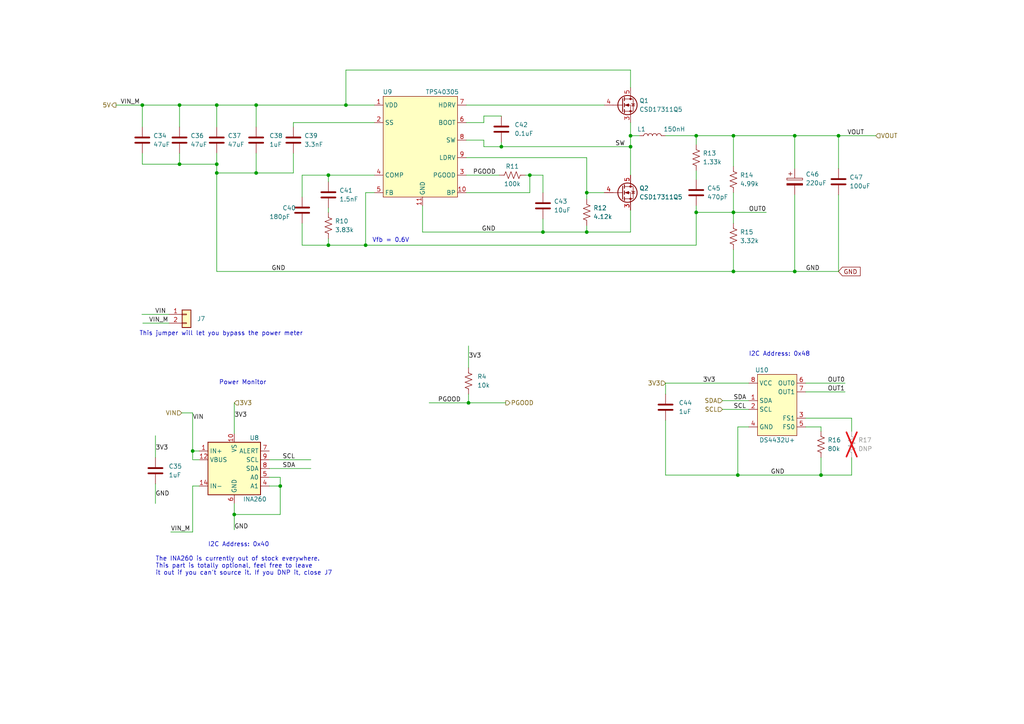
<source format=kicad_sch>
(kicad_sch (version 20230121) (generator eeschema)
  (paper "A4")
  (lib_symbols
    (symbol "Connector_Generic:Conn_01x02" (pin_names (offset 1.016) hide)
      (property "Reference" "J" (at 0 2.54 0))
      (property "Value" "Conn_01x02" (at 0 -5.08 0))
      (symbol "Conn_01x02_1_1"
        (rectangle (start -1.27 -2.413) (end 0 -2.667) (stroke (width 0.1524)))
        (rectangle (start -1.27 0.127) (end 0 -0.127) (stroke (width 0.1524)))
        (rectangle (start -1.27 1.27) (end 1.27 -3.81) (stroke (width 0.254)) (fill (type background)))
        (pin passive line (at -5.08 0 0) (length 3.81) (name "Pin_1") (number "1"))
        (pin passive line (at -5.08 -2.54 0) (length 3.81) (name "Pin_2") (number "2"))
      )
    )
    (symbol "Device:C" (pin_numbers hide) (pin_names (offset 0.254))
      (property "Reference" "C" (at 0.635 2.54 0))
      (property "Value" "C" (at 0.635 -2.54 0))
      (symbol "C_0_1"
        (polyline (pts (xy -2.032 -0.762) (xy 2.032 -0.762)) (stroke (width 0.508)))
        (polyline (pts (xy -2.032 0.762) (xy 2.032 0.762)) (stroke (width 0.508)))
      )
      (symbol "C_1_1"
        (pin passive line (at 0 3.81 270) (length 2.794) (name "~") (number "1"))
        (pin passive line (at 0 -3.81 90) (length 2.794) (name "~") (number "2"))
      )
    )
    (symbol "Device:C_Polarized" (pin_numbers hide) (pin_names (offset 0.254))
      (property "Reference" "C" (at 0.635 2.54 0))
      (property "Value" "C_Polarized" (at 0.635 -2.54 0))
      (symbol "C_Polarized_0_1"
        (rectangle (start -2.286 0.508) (end 2.286 1.016))
        (polyline (pts (xy -1.778 2.286) (xy -0.762 2.286)))
        (polyline (pts (xy -1.27 2.794) (xy -1.27 1.778)))
        (rectangle (start 2.286 -0.508) (end -2.286 -1.016) (fill (type outline)))
      )
      (symbol "C_Polarized_1_1"
        (pin passive line (at 0 3.81 270) (length 2.794) (name "~") (number "1"))
        (pin passive line (at 0 -3.81 90) (length 2.794) (name "~") (number "2"))
      )
    )
    (symbol "Device:L" (pin_numbers hide) (pin_names (offset 1.016) hide)
      (property "Reference" "L" (at -1.27 0 90))
      (property "Value" "L" (at 1.905 0 90))
      (symbol "L_0_1"
        (arc (start 0 -2.54) (mid 0.6323 -1.905) (end 0 -1.27))
        (arc (start 0 -1.27) (mid 0.6323 -0.635) (end 0 0))
        (arc (start 0 0) (mid 0.6323 0.635) (end 0 1.27))
        (arc (start 0 1.27) (mid 0.6323 1.905) (end 0 2.54))
      )
      (symbol "L_1_1"
        (pin passive line (at 0 3.81 270) (length 1.27) (name "1") (number "1"))
        (pin passive line (at 0 -3.81 90) (length 1.27) (name "2") (number "2"))
      )
    )
    (symbol "Device:R_US" (pin_numbers hide) (pin_names (offset 0))
      (property "Reference" "R" (at 2.54 0 90))
      (property "Value" "R_US" (at -2.54 0 90))
      (symbol "R_US_0_1"
        (polyline (pts (xy 0 -2.286) (xy 0 -2.54)))
        (polyline (pts (xy 0 2.286) (xy 0 2.54)))
        (polyline (pts (xy 0 -0.762) (xy 1.016 -1.143) (xy 0 -1.524) (xy -1.016 -1.905) (xy 0 -2.286)))
        (polyline (pts (xy 0 0.762) (xy 1.016 0.381) (xy 0 0) (xy -1.016 -0.381) (xy 0 -0.762)))
        (polyline (pts (xy 0 2.286) (xy 1.016 1.905) (xy 0 1.524) (xy -1.016 1.143) (xy 0 0.762)))
      )
      (symbol "R_US_1_1"
        (pin passive line (at 0 3.81 270) (length 1.27) (name "~") (number "1"))
        (pin passive line (at 0 -3.81 90) (length 1.27) (name "~") (number "2"))
      )
    )
    (symbol "Q_NMOS_CSD17311Q5_1" (pin_names (offset 0) hide)
      (property "Reference" "Q" (at 5.08 1.27 0))
      (property "Value" "Q_NMOS_CSD17311Q5_1" (at 5.08 -1.27 0))
      (symbol "Q_NMOS_CSD17311Q5_1_0_1"
        (polyline (pts (xy 0.254 0) (xy -2.54 0)))
        (polyline (pts (xy 0.254 1.905) (xy 0.254 -1.905)) (stroke (width 0.254)))
        (polyline (pts (xy 0.762 -1.27) (xy 0.762 -2.286)) (stroke (width 0.254)))
        (polyline (pts (xy 0.762 0.508) (xy 0.762 -0.508)) (stroke (width 0.254)))
        (polyline (pts (xy 0.762 2.286) (xy 0.762 1.27)) (stroke (width 0.254)))
        (polyline (pts (xy 2.54 2.54) (xy 2.54 1.778)))
        (polyline (pts (xy 2.54 -2.54) (xy 2.54 0) (xy 0.762 0)))
        (polyline (pts (xy 0.762 -1.778) (xy 3.302 -1.778) (xy 3.302 1.778) (xy 0.762 1.778)))
        (polyline (pts (xy 1.016 0) (xy 2.032 0.381) (xy 2.032 -0.381) (xy 1.016 0)) (fill (type outline)))
        (polyline (pts (xy 2.794 0.508) (xy 2.921 0.381) (xy 3.683 0.381) (xy 3.81 0.254)))
        (polyline (pts (xy 3.302 0.381) (xy 2.921 -0.254) (xy 3.683 -0.254) (xy 3.302 0.381)))
        (circle (center 1.651 0) (radius 2.794) (stroke (width 0.254)))
        (circle (center 2.54 -1.778) (radius 0.254) (fill (type outline)))
        (circle (center 2.54 1.778) (radius 0.254) (fill (type outline)))
      )
      (symbol "Q_NMOS_CSD17311Q5_1_1_1"
        (pin passive line (at 2.54 -5.08 90) (length 2.54) hide (name "") (number "1"))
        (pin passive line (at 2.54 -5.08 90) (length 2.54) hide (name "") (number "2"))
        (pin passive line (at 2.54 -5.08 90) (length 2.54) (name "S") (number "3"))
        (pin input line (at -5.08 0 0) (length 2.54) (name "G") (number "4"))
        (pin passive line (at 2.54 5.08 270) (length 2.54) (name "D") (number "5"))
      )
    )
    (symbol "Sensor:INA260"
      (property "Reference" "U" (at -6.35 8.89 0))
      (property "Value" "INA260" (at 2.54 8.89 0))
      (symbol "INA260_0_1"
        (rectangle (start -7.62 7.62) (end 7.62 -7.62) (stroke (width 0.254)) (fill (type background)))
      )
      (symbol "INA260_1_1"
        (pin passive line (at -10.16 5.08 0) (length 2.54) (name "IN+") (number "1"))
        (pin power_in line (at 0 10.16 270) (length 2.54) (name "VS") (number "10"))
        (pin passive line (at 0 -10.16 90) (length 2.54) hide (name "GND") (number "11"))
        (pin passive line (at -10.16 2.54 0) (length 2.54) (name "VBUS") (number "12"))
        (pin no_connect line (at 2.54 -7.62 90) (length 2.54) hide (name "NC") (number "13"))
        (pin passive line (at -10.16 -5.08 0) (length 2.54) (name "IN-") (number "14"))
        (pin passive line (at -10.16 -5.08 0) (length 2.54) hide (name "IN-") (number "15"))
        (pin passive line (at -10.16 -5.08 0) (length 2.54) hide (name "IN-") (number "16"))
        (pin passive line (at -10.16 5.08 0) (length 2.54) hide (name "IN+") (number "2"))
        (pin passive line (at -10.16 5.08 0) (length 2.54) hide (name "IN+") (number "3"))
        (pin input line (at 10.16 -5.08 180) (length 2.54) (name "A1") (number "4"))
        (pin input line (at 10.16 -2.54 180) (length 2.54) (name "A0") (number "5"))
        (pin power_in line (at 0 -10.16 90) (length 2.54) (name "GND") (number "6"))
        (pin open_collector line (at 10.16 5.08 180) (length 2.54) (name "ALERT") (number "7"))
        (pin bidirectional line (at 10.16 0 180) (length 2.54) (name "SDA") (number "8"))
        (pin input line (at 10.16 2.54 180) (length 2.54) (name "SCL") (number "9"))
      )
    )
    (symbol "TPS40305:DS4432U+"
      (property "Reference" "U" (at 3.81 10.16 0))
      (property "Value" "DS4432U+" (at -1.27 -10.16 0))
      (symbol "DS4432U+_0_1"
        (rectangle (start -6.35 8.89) (end 5.08 -8.89) (stroke (width 0.1524)) (fill (type background)))
      )
      (symbol "DS4432U+_1_1"
        (pin input line (at -8.89 1.27 0) (length 2.54) (name "SDA") (number "1"))
        (pin input line (at -8.89 -1.27 0) (length 2.54) (name "SCL") (number "2"))
        (pin input line (at 7.62 -3.81 180) (length 2.54) (name "FS1") (number "3"))
        (pin power_in line (at -8.89 -6.35 0) (length 2.54) (name "GND") (number "4"))
        (pin input line (at 7.62 -6.35 180) (length 2.54) (name "FS0") (number "5"))
        (pin output line (at 7.62 6.35 180) (length 2.54) (name "OUT0") (number "6"))
        (pin output line (at 7.62 3.81 180) (length 2.54) (name "OUT1") (number "7"))
        (pin power_in line (at -8.89 6.35 0) (length 2.54) (name "VCC") (number "8"))
      )
    )
    (symbol "TPS40305:TPS40305"
      (property "Reference" "U" (at 10.16 16.51 0))
      (property "Value" "TPS40305" (at -7.62 16.51 0))
      (symbol "TPS40305_0_1"
        (rectangle (start -11.43 15.24) (end 10.16 -13.97) (stroke (width 0.1524)) (fill (type background)))
      )
      (symbol "TPS40305_1_1"
        (pin input line (at -13.97 12.7 0) (length 2.54) (name "VDD") (number "1"))
        (pin input line (at 12.7 -12.7 180) (length 2.54) (name "BP") (number "10"))
        (pin input line (at 0 -16.51 90) (length 2.54) (name "GND") (number "11"))
        (pin input line (at -13.97 7.62 0) (length 2.54) (name "SS") (number "2"))
        (pin input line (at 12.7 -7.62 180) (length 2.54) (name "PGOOD") (number "3"))
        (pin input line (at -13.97 -7.62 0) (length 2.54) (name "COMP") (number "4"))
        (pin input line (at -13.97 -12.7 0) (length 2.54) (name "FB") (number "5"))
        (pin input line (at 12.7 7.62 180) (length 2.54) (name "BOOT") (number "6"))
        (pin input line (at 12.7 12.7 180) (length 2.54) (name "HDRV") (number "7"))
        (pin input line (at 12.7 2.54 180) (length 2.54) (name "SW") (number "8"))
        (pin input line (at 12.7 -2.54 180) (length 2.54) (name "LDRV") (number "9"))
      )
    )
  )
  (junction (at 135.89 116.84))
  (junction (at 62.865 50.165))
  (junction (at 201.93 61.595))
  (junction (at 62.865 47.625))
  (junction (at 238.125 137.795))
  (junction (at 153.67 50.8))
  (junction (at 213.995 137.795))
  (junction (at 41.275 30.48))
  (junction (at 145.415 42.545))
  (junction (at 182.88 42.545))
  (junction (at 212.725 78.74))
  (junction (at 95.25 50.8))
  (junction (at 182.88 39.37))
  (junction (at 170.18 55.88))
  (junction (at 230.505 78.74))
  (junction (at 212.725 39.37))
  (junction (at 52.07 47.625))
  (junction (at 74.295 30.48))
  (junction (at 100.33 30.48))
  (junction (at 106.045 71.12))
  (junction (at 67.945 149.225))
  (junction (at 52.07 30.48))
  (junction (at 230.505 39.37))
  (junction (at 212.725 61.595))
  (junction (at 81.28 140.97))
  (junction (at 157.48 67.31))
  (junction (at 62.865 30.48))
  (junction (at 74.295 50.165))
  (junction (at 243.205 39.37))
  (junction (at 55.88 130.81))
  (junction (at 201.93 39.37))
  (junction (at 95.25 71.12))
  (junction (at 170.18 67.31))
  (wire (pts (xy 247.015 137.795) (xy 238.125 137.795)))
  (wire (pts (xy 243.205 39.37) (xy 230.505 39.37)))
  (wire (pts (xy 193.04 111.125) (xy 217.17 111.125)))
  (wire (pts (xy 157.48 63.5) (xy 157.48 67.31)))
  (wire (pts (xy 41.275 30.48) (xy 52.07 30.48)))
  (wire (pts (xy 108.585 50.8) (xy 95.25 50.8)))
  (wire (pts (xy 182.88 35.56) (xy 182.88 39.37)))
  (wire (pts (xy 243.205 48.895) (xy 243.205 39.37)))
  (wire (pts (xy 170.18 55.88) (xy 175.26 55.88)))
  (wire (pts (xy 67.945 116.84) (xy 67.945 125.73)))
  (wire (pts (xy 95.25 60.325) (xy 95.25 61.595)))
  (wire (pts (xy 74.295 44.45) (xy 74.295 50.165)))
  (wire (pts (xy 212.725 55.88) (xy 212.725 61.595)))
  (wire (pts (xy 170.18 45.72) (xy 170.18 55.88)))
  (wire (pts (xy 55.88 130.81) (xy 55.88 119.761)))
  (wire (pts (xy 52.07 44.45) (xy 52.07 47.625)))
  (wire (pts (xy 170.18 67.31) (xy 170.18 65.405)))
  (wire (pts (xy 233.68 113.665) (xy 245.11 113.665)))
  (wire (pts (xy 85.09 44.45) (xy 85.09 50.165)))
  (wire (pts (xy 247.015 132.715) (xy 247.015 137.795)))
  (wire (pts (xy 182.88 20.32) (xy 100.33 20.32)))
  (wire (pts (xy 193.04 114.3) (xy 193.04 111.125)))
  (wire (pts (xy 201.93 39.37) (xy 201.93 41.91)))
  (wire (pts (xy 57.785 133.35) (xy 55.88 133.35)))
  (wire (pts (xy 52.07 47.625) (xy 62.865 47.625)))
  (wire (pts (xy 243.205 39.37) (xy 254 39.37)))
  (wire (pts (xy 55.88 140.97) (xy 55.88 154.305)))
  (wire (pts (xy 124.46 116.84) (xy 135.89 116.84)))
  (wire (pts (xy 87.63 71.12) (xy 87.63 64.77)))
  (wire (pts (xy 87.63 50.8) (xy 87.63 57.15)))
  (wire (pts (xy 49.53 154.305) (xy 55.88 154.305)))
  (wire (pts (xy 209.55 116.205) (xy 217.17 116.205)))
  (wire (pts (xy 62.865 50.165) (xy 74.295 50.165)))
  (wire (pts (xy 78.105 138.43) (xy 81.28 138.43)))
  (wire (pts (xy 122.555 67.31) (xy 157.48 67.31)))
  (wire (pts (xy 81.28 149.225) (xy 67.945 149.225)))
  (wire (pts (xy 213.995 123.825) (xy 217.17 123.825)))
  (wire (pts (xy 62.865 78.74) (xy 212.725 78.74)))
  (wire (pts (xy 201.93 49.53) (xy 201.93 52.07)))
  (wire (pts (xy 57.785 130.81) (xy 55.88 130.81)))
  (wire (pts (xy 74.295 30.48) (xy 74.295 36.83)))
  (wire (pts (xy 95.25 69.215) (xy 95.25 71.12)))
  (wire (pts (xy 233.68 121.285) (xy 247.015 121.285)))
  (wire (pts (xy 212.725 72.39) (xy 212.725 78.74)))
  (wire (pts (xy 41.402 93.726) (xy 49.022 93.726)))
  (wire (pts (xy 157.48 67.31) (xy 170.18 67.31)))
  (wire (pts (xy 238.125 132.715) (xy 238.125 137.795)))
  (wire (pts (xy 153.67 55.88) (xy 153.67 50.8)))
  (wire (pts (xy 230.505 39.37) (xy 230.505 48.895)))
  (wire (pts (xy 212.725 61.595) (xy 212.725 64.77)))
  (wire (pts (xy 140.335 40.64) (xy 140.335 42.545)))
  (wire (pts (xy 182.88 60.96) (xy 182.88 67.31)))
  (wire (pts (xy 81.28 138.43) (xy 81.28 140.97)))
  (wire (pts (xy 135.255 45.72) (xy 170.18 45.72)))
  (wire (pts (xy 135.255 40.64) (xy 140.335 40.64)))
  (wire (pts (xy 41.275 47.625) (xy 52.07 47.625)))
  (wire (pts (xy 233.68 111.125) (xy 245.11 111.125)))
  (wire (pts (xy 135.255 55.88) (xy 153.67 55.88)))
  (wire (pts (xy 41.275 36.83) (xy 41.275 30.48)))
  (wire (pts (xy 230.505 56.515) (xy 230.505 78.74)))
  (wire (pts (xy 62.865 30.48) (xy 62.865 36.83)))
  (wire (pts (xy 152.4 50.8) (xy 153.67 50.8)))
  (wire (pts (xy 52.07 30.48) (xy 62.865 30.48)))
  (wire (pts (xy 213.995 137.795) (xy 213.995 123.825)))
  (wire (pts (xy 45.085 140.335) (xy 45.085 146.05)))
  (wire (pts (xy 140.335 42.545) (xy 145.415 42.545)))
  (wire (pts (xy 230.505 39.37) (xy 212.725 39.37)))
  (wire (pts (xy 100.33 20.32) (xy 100.33 30.48)))
  (wire (pts (xy 182.88 67.31) (xy 170.18 67.31)))
  (wire (pts (xy 67.945 149.225) (xy 67.945 153.67)))
  (wire (pts (xy 233.68 123.825) (xy 238.125 123.825)))
  (wire (pts (xy 135.89 116.84) (xy 146.685 116.84)))
  (wire (pts (xy 170.18 55.88) (xy 170.18 57.785)))
  (wire (pts (xy 182.88 42.545) (xy 182.88 50.8)))
  (wire (pts (xy 95.25 71.12) (xy 87.63 71.12)))
  (wire (pts (xy 62.865 30.48) (xy 74.295 30.48)))
  (wire (pts (xy 230.505 78.74) (xy 243.205 78.74)))
  (wire (pts (xy 193.04 137.795) (xy 213.995 137.795)))
  (wire (pts (xy 78.105 140.97) (xy 81.28 140.97)))
  (wire (pts (xy 67.945 146.05) (xy 67.945 149.225)))
  (wire (pts (xy 135.255 50.8) (xy 144.78 50.8)))
  (wire (pts (xy 106.045 71.12) (xy 95.25 71.12)))
  (wire (pts (xy 157.48 50.8) (xy 157.48 55.88)))
  (wire (pts (xy 52.07 30.48) (xy 52.07 36.83)))
  (wire (pts (xy 135.89 114.3) (xy 135.89 116.84)))
  (wire (pts (xy 62.865 47.625) (xy 62.865 50.165)))
  (wire (pts (xy 145.415 42.545) (xy 182.88 42.545)))
  (wire (pts (xy 182.88 25.4) (xy 182.88 20.32)))
  (wire (pts (xy 62.865 50.165) (xy 62.865 78.74)))
  (wire (pts (xy 247.015 121.285) (xy 247.015 125.095)))
  (wire (pts (xy 41.275 44.45) (xy 41.275 47.625)))
  (wire (pts (xy 62.865 44.45) (xy 62.865 47.625)))
  (wire (pts (xy 122.555 59.69) (xy 122.555 67.31)))
  (wire (pts (xy 212.725 61.595) (xy 222.25 61.595)))
  (wire (pts (xy 212.725 78.74) (xy 230.505 78.74)))
  (wire (pts (xy 193.04 39.37) (xy 201.93 39.37)))
  (wire (pts (xy 209.55 118.745) (xy 217.17 118.745)))
  (wire (pts (xy 108.585 55.88) (xy 106.045 55.88)))
  (wire (pts (xy 108.585 35.56) (xy 85.09 35.56)))
  (wire (pts (xy 57.785 140.97) (xy 55.88 140.97)))
  (wire (pts (xy 201.93 39.37) (xy 212.725 39.37)))
  (wire (pts (xy 153.67 50.8) (xy 157.48 50.8)))
  (wire (pts (xy 140.335 35.56) (xy 140.335 33.655)))
  (wire (pts (xy 201.93 59.69) (xy 201.93 61.595)))
  (wire (pts (xy 41.148 91.186) (xy 49.022 91.186)))
  (wire (pts (xy 243.205 56.515) (xy 243.205 78.74)))
  (wire (pts (xy 201.93 71.12) (xy 106.045 71.12)))
  (wire (pts (xy 95.25 50.8) (xy 87.63 50.8)))
  (wire (pts (xy 74.295 30.48) (xy 100.33 30.48)))
  (wire (pts (xy 140.335 33.655) (xy 145.415 33.655)))
  (wire (pts (xy 145.415 41.275) (xy 145.415 42.545)))
  (wire (pts (xy 45.085 126.365) (xy 45.085 132.715)))
  (wire (pts (xy 135.255 30.48) (xy 175.26 30.48)))
  (wire (pts (xy 55.88 133.35) (xy 55.88 130.81)))
  (wire (pts (xy 100.33 30.48) (xy 108.585 30.48)))
  (wire (pts (xy 85.09 35.56) (xy 85.09 36.83)))
  (wire (pts (xy 212.725 39.37) (xy 212.725 48.26)))
  (wire (pts (xy 182.88 39.37) (xy 185.42 39.37)))
  (wire (pts (xy 135.89 100.33) (xy 135.89 106.68)))
  (wire (pts (xy 238.125 123.825) (xy 238.125 125.095)))
  (wire (pts (xy 201.93 61.595) (xy 201.93 71.12)))
  (wire (pts (xy 135.255 35.56) (xy 140.335 35.56)))
  (wire (pts (xy 78.105 133.35) (xy 90.17 133.35)))
  (wire (pts (xy 81.28 140.97) (xy 81.28 149.225)))
  (wire (pts (xy 106.045 55.88) (xy 106.045 71.12)))
  (wire (pts (xy 182.88 39.37) (xy 182.88 42.545)))
  (wire (pts (xy 238.125 137.795) (xy 213.995 137.795)))
  (wire (pts (xy 193.04 121.92) (xy 193.04 137.795)))
  (wire (pts (xy 52.705 119.761) (xy 55.88 119.761)))
  (wire (pts (xy 33.655 30.48) (xy 41.275 30.48)))
  (wire (pts (xy 78.105 135.89) (xy 90.17 135.89)))
  (wire (pts (xy 74.295 50.165) (xy 85.09 50.165)))
  (wire (pts (xy 201.93 61.595) (xy 212.725 61.595)))
  (wire (pts (xy 95.25 50.8) (xy 95.25 52.705)))
  (text "I2C Address: 0x48" (at 217.17 103.505 0) (effects (font (size 1.27 1.27)) (justify left bottom)))
  (text "The INA260 is currently out of stock everywhere.\nThis part is totally optional, feel free to leave \nit out if you can't source it. If you DNP it, close J7" (at 45.085 167.005 0) (effects (font (size 1.27 1.27)) (justify left bottom)))
  (text "Power Monitor" (at 63.5 111.76 0) (effects (font (size 1.27 1.27)) (justify left bottom)))
  (text "I2C Address: 0x40" (at 60.325 158.75 0) (effects (font (size 1.27 1.27)) (justify left bottom)))
  (text "Vfb = 0.6V" (at 107.95 70.485 0) (effects (font (size 1.27 1.27)) (justify left bottom)))
  (text "This jumper will let you bypass the power meter" (at 40.386 97.536 0) (effects (font (size 1.27 1.27)) (justify left bottom)))
  (label "3V3" (at 203.835 111.125 0))
  (label "SDA" (at 212.725 116.205 0))
  (label "VIN_M" (at 34.925 30.48 0))
  (label "GND" (at 233.68 78.74 0))
  (label "VIN_M" (at 49.53 154.305 0))
  (label "GND" (at 78.74 78.74 0))
  (label "VIN" (at 44.958 91.186 0))
  (label "GND" (at 67.945 153.67 0))
  (label "3V3" (at 67.945 121.285 0))
  (label "PGOOD" (at 137.16 50.8 0))
  (label "GND" (at 45.085 144.145 0))
  (label "SCL" (at 81.915 133.35 0))
  (label "VOUT" (at 245.745 39.37 0))
  (label "3V3" (at 45.085 130.81 0))
  (label "OUT1" (at 240.03 113.665 0))
  (label "SCL" (at 212.725 118.745 0))
  (label "SDA" (at 81.915 135.89 0))
  (label "OUT0" (at 217.17 61.595 0))
  (label "OUT0" (at 240.03 111.125 0))
  (label "GND" (at 223.52 137.795 0))
  (label "VIN_M" (at 43.18 93.726 0))
  (label "3V3" (at 135.89 104.14 0))
  (label "PGOOD" (at 127 116.84 0))
  (label "SW" (at 178.435 42.545 0))
  (label "GND" (at 139.7 67.31 0))
  (label "VIN" (at 55.88 121.92 0))
  (global_label "GND" (shape input) (at 243.205 78.74 0) (property "Intersheetrefs" "${INTERSHEET_REFS}" (effects hide)))
  (hierarchical_label "SDA" (shape input) (at 209.55 116.205 180))
  (hierarchical_label "5V" (shape output) (at 33.655 30.48 180))
  (hierarchical_label "SCL" (shape input) (at 209.55 118.745 180))
  (hierarchical_label "3V3" (shape input) (at 67.945 116.84 0))
  (hierarchical_label "VOUT" (shape input) (at 254 39.37 0))
  (hierarchical_label "VIN" (shape input) (at 52.705 119.761 180))
  (hierarchical_label "3V3" (shape input) (at 193.04 111.125 180))
  (hierarchical_label "PGOOD" (shape output) (at 146.685 116.84 0))
  (symbol (lib_id "Device:C") (at 157.48 59.69 0) (unit 1)
    (property "Reference" "C43" (at 160.655 58.4199 0) (effects (justify left)))
    (property "Value" "10uF" (at 160.655 60.9599 0) (effects (justify left)))
    (property "Footprint" "Capacitor_SMD:C_0805_2012Metric" (effects hide))
    (property "DK" "1276-1096-1-ND" (effects hide))
    (property "PARTNO" "CL21A106KOQNNNE" (effects hide))
  )
  (symbol (lib_id "Device:R_US") (at 212.725 52.07 0) (unit 1)
    (property "Reference" "R14" (at 214.63 50.7999 0) (effects (justify left)))
    (property "Value" "4.99k" (at 214.63 53.3399 0) (effects (justify left)))
    (property "Footprint" "Resistor_SMD:R_0402_1005Metric" (effects hide))
    (property "DK" "311-4.99KLRCT-ND" (effects hide))
    (property "PARTNO" "RC0402FR-074K99L" (effects hide))
  )
  (symbol (lib_id "Device:C") (at 62.865 40.64 0) (unit 1)
    (property "Reference" "C37" (at 66.04 39.3699 0) (effects (justify left)))
    (property "Value" "47uF" (at 66.04 41.9099 0) (effects (justify left)))
    (property "Footprint" "Capacitor_SMD:C_1210_3225Metric" (effects hide))
    (property "DK" "490-6539-1-ND" (effects hide))
    (property "PARTNO" "GRM32ER61C476KE15L" (effects hide))
  )
  (symbol (lib_id "Device:C_Polarized") (at 230.505 52.705 0) (unit 1)
    (property "Reference" "C46" (at 233.68 50.5459 0) (effects (justify left)))
    (property "Value" "220uF" (at 233.68 53.0859 0) (effects (justify left)))
    (property "Footprint" "TPS40305_supply:CAP_2R5TPE220MAFB" (effects hide))
    (property "Datasheet" "https://media.digikey.com/pdf/Data%20Sheets/Panasonic%20Capacitors%20PDFs/TPE_Series_POSCAP_Rev02_Oct_2017.pdf" (effects hide))
    (property "PARTNO" "2R5TPE220MAFB" (effects hide))
    (property "DK" "P16200CT-ND" (effects hide))
  )
  (symbol (lib_id "TPS40305:TPS40305") (at 122.555 43.18 0) (unit 1)
    (property "Reference" "U9" (at 112.395 26.67 0))
    (property "Value" "TPS40305" (at 128.27 26.67 0))
    (property "Footprint" "TPS40305_supply:TPS40305" (effects hide))
    (property "Datasheet" "https://www.ti.com/lit/ds/symlink/tps40303.pdf" (effects hide))
    (property "DK" "296-37445-1-ND" (effects hide))
    (property "PARTNO" "TPS40305DRCR" (effects hide))
  )
  (symbol (lib_id "Sensor:INA260") (at 67.945 135.89 0) (unit 1)
    (property "Reference" "U8" (at 72.39 127 0) (effects (justify left)))
    (property "Value" "INA260" (at 70.485 144.78 0) (effects (justify left)))
    (property "Footprint" "Package_SO:TSSOP-16_4.4x5mm_P0.65mm" (effects hide))
    (property "Datasheet" "http://www.ti.com/lit/ds/symlink/ina260.pdf" (effects hide))
    (property "PARTNO" "INA260AIPWR" (effects hide))
    (property "DK" "296-47777-1-ND" (effects hide))
  )
  (symbol (lib_id "Device:C") (at 41.275 40.64 0) (unit 1)
    (property "Reference" "C34" (at 44.45 39.3699 0) (effects (justify left)))
    (property "Value" "47uF" (at 44.45 41.9099 0) (effects (justify left)))
    (property "Footprint" "Capacitor_SMD:C_1210_3225Metric" (effects hide))
    (property "DK" "490-6539-1-ND" (effects hide))
    (property "PARTNO" "GRM32ER61C476KE15L" (effects hide))
  )
  (symbol (lib_name "Q_NMOS_CSD17311Q5_1") (lib_id "TPS40305:Q_NMOS_CSD17311Q5") (at 180.34 55.88 0) (unit 1)
    (property "Reference" "Q2" (at 185.42 54.61 0) (effects (justify left)))
    (property "Value" "CSD17311Q5" (at 185.42 57.15 0) (effects (justify left)))
    (property "Footprint" "TPS40305_supply:CSD17311Q5" (effects hide))
    (property "Datasheet" "https://www.ti.com/lit/ds/symlink/csd17311q5.pdf" (effects hide))
    (property "DK" "296-27625-1-ND" (effects hide))
    (property "PARTNO" "CSD17311Q5" (effects hide))
  )
  (symbol (lib_id "Device:C") (at 85.09 40.64 0) (unit 1)
    (property "Reference" "C39" (at 88.265 39.3699 0) (effects (justify left)))
    (property "Value" "3.3nF" (at 88.265 41.9099 0) (effects (justify left)))
    (property "Footprint" "Capacitor_SMD:C_0402_1005Metric" (effects hide))
    (property "DK" "1276-1552-1-ND" (effects hide))
    (property "PARTNO" "CL05B332KB5NNNC" (effects hide))
  )
  (symbol (lib_id "Device:C") (at 52.07 40.64 0) (unit 1)
    (property "Reference" "C36" (at 55.245 39.3699 0) (effects (justify left)))
    (property "Value" "47uF" (at 55.245 41.9099 0) (effects (justify left)))
    (property "Footprint" "Capacitor_SMD:C_1210_3225Metric" (effects hide))
    (property "DK" "490-6539-1-ND" (effects hide))
    (property "PARTNO" "GRM32ER61C476KE15L" (effects hide))
  )
  (symbol (lib_id "Device:C") (at 74.295 40.64 0) (unit 1)
    (property "Reference" "C38" (at 78.105 39.3699 0) (effects (justify left)))
    (property "Value" "1uF" (at 78.105 41.9099 0) (effects (justify left)))
    (property "Footprint" "Capacitor_SMD:C_0805_2012Metric" (effects hide))
    (property "DK" "1276-6471-1-ND" (effects hide))
    (property "PARTNO" "CL21B105KOFNNNG" (effects hide))
  )
  (symbol (lib_id "TPS40305:DS4432U+") (at 226.06 117.475 0) (unit 1)
    (property "Reference" "U10" (at 220.98 107.315 0))
    (property "Value" "DS4432U+" (at 225.425 127.635 0))
    (property "Footprint" "Package_SO:TSSOP-8_3x3mm_P0.65mm" (effects hide))
    (property "Datasheet" "https://datasheets.maximintegrated.com/en/ds/DS4432.pdf" (effects hide))
    (property "DK" "DS4432U+-ND" (effects hide))
    (property "PARTNO" "DS4432U+" (effects hide))
  )
  (symbol (lib_id "Device:C") (at 243.205 52.705 0) (unit 1)
    (property "Reference" "C47" (at 246.38 51.4349 0) (effects (justify left)))
    (property "Value" "100uF" (at 246.38 53.9749 0) (effects (justify left)))
    (property "Footprint" "Capacitor_SMD:C_1206_3216Metric" (effects hide))
    (property "PARTNO" "C3216X5R0J107M160AB" (effects hide))
    (property "DK" "445-6008-1-ND" (effects hide))
  )
  (symbol (lib_id "Device:C") (at 95.25 56.515 0) (unit 1)
    (property "Reference" "C41" (at 98.425 55.2449 0) (effects (justify left)))
    (property "Value" "1.5nF" (at 98.425 57.7849 0) (effects (justify left)))
    (property "Footprint" "Capacitor_SMD:C_0805_2012Metric" (effects hide))
    (property "DK" "311-1128-1-ND" (effects hide))
    (property "PARTNO" "CC0805KRX7R9BB152" (effects hide))
  )
  (symbol (lib_id "Device:R_US") (at 212.725 68.58 0) (unit 1)
    (property "Reference" "R15" (at 214.63 67.3099 0) (effects (justify left)))
    (property "Value" "3.32k" (at 214.63 69.8499 0) (effects (justify left)))
    (property "Footprint" "Resistor_SMD:R_0402_1005Metric" (effects hide))
    (property "DK" "311-3.32KLRCT-ND" (effects hide))
    (property "PARTNO" "RC0402FR-073K32L" (effects hide))
  )
  (symbol (lib_id "Device:R_US") (at 148.59 50.8 90) (unit 1)
    (property "Reference" "R11" (at 148.59 48.26 90))
    (property "Value" "100k" (at 148.59 53.34 90))
    (property "Footprint" "Resistor_SMD:R_0402_1005Metric" (effects hide))
    (property "DK" "311-100KJRCT-ND" (effects hide))
    (property "PARTNO" "RC0402JR-07100KL" (effects hide))
  )
  (symbol (lib_id "Device:C") (at 145.415 37.465 0) (unit 1)
    (property "Reference" "C42" (at 149.225 36.1949 0) (effects (justify left)))
    (property "Value" "0.1uF" (at 149.225 38.7349 0) (effects (justify left)))
    (property "Footprint" "Capacitor_SMD:C_0402_1005Metric" (effects hide))
    (property "DK" "1292-1639-1-ND" (effects hide))
    (property "PARTNO" "0402X104K100CT" (effects hide))
  )
  (symbol (lib_id "Connector_Generic:Conn_01x02") (at 54.102 91.186 0) (unit 1)
    (property "Reference" "J7" (at 57.15 92.4559 0) (effects (justify left)))
    (property "Value" "Conn_01x02" (effects hide))
    (property "Footprint" "Connector_PinHeader_2.54mm:PinHeader_1x02_P2.54mm_Vertical" (effects hide))
  )
  (symbol (lib_id "Device:R_US") (at 238.125 128.905 0) (unit 1)
    (property "Reference" "R16" (at 240.03 127.6349 0) (effects (justify left)))
    (property "Value" "80k" (at 240.03 130.1749 0) (effects (justify left)))
    (property "Footprint" "Resistor_SMD:R_0402_1005Metric" (effects hide))
    (property "DK" "311-80.6KLRCT-ND" (effects hide))
    (property "PARTNO" "RC0402FR-0780K6L" (effects hide))
  )
  (symbol (lib_id "Device:C") (at 193.04 118.11 0) (unit 1)
    (property "Reference" "C44" (at 196.85 116.8399 0) (effects (justify left)))
    (property "Value" "1uF" (at 196.85 119.3799 0) (effects (justify left)))
    (property "Footprint" "Capacitor_SMD:C_0402_1005Metric" (effects hide))
    (property "DK" "587-5514-1-ND" (effects hide))
    (property "PARTNO" "EMK105BJ105MV-F" (effects hide))
  )
  (symbol (lib_id "Device:R_US") (at 201.93 45.72 0) (unit 1)
    (property "Reference" "R13" (at 203.835 44.4499 0) (effects (justify left)))
    (property "Value" "1.33k" (at 203.835 46.9899 0) (effects (justify left)))
    (property "Footprint" "Resistor_SMD:R_0402_1005Metric" (effects hide))
    (property "DK" "311-1.33KLRCT-ND" (effects hide))
    (property "PARTNO" "RC0402FR-071K33L" (effects hide))
  )
  (symbol (lib_id "Device:R_US") (at 95.25 65.405 0) (unit 1)
    (property "Reference" "R10" (at 97.155 64.1349 0) (effects (justify left)))
    (property "Value" "3.83k" (at 97.155 66.6749 0) (effects (justify left)))
    (property "Footprint" "Resistor_SMD:R_0402_1005Metric" (effects hide))
    (property "DK" "311-3.83KLRCT-ND" (effects hide))
    (property "PARTNO" "RC0402FR-073K83L" (effects hide))
  )
  (symbol (lib_name "Q_NMOS_CSD17311Q5_1") (lib_id "TPS40305:Q_NMOS_CSD17311Q5") (at 180.34 30.48 0) (unit 1)
    (property "Reference" "Q1" (at 185.42 29.21 0) (effects (justify left)))
    (property "Value" "CSD17311Q5" (at 185.42 31.75 0) (effects (justify left)))
    (property "Footprint" "TPS40305_supply:CSD17311Q5" (effects hide))
    (property "Datasheet" "https://www.ti.com/lit/ds/symlink/csd17311q5.pdf" (effects hide))
    (property "DK" "296-27625-1-ND" (effects hide))
    (property "PARTNO" "CSD17311Q5" (effects hide))
  )
  (symbol (lib_id "Device:C") (at 201.93 55.88 0) (unit 1)
    (property "Reference" "C45" (at 205.105 54.6099 0) (effects (justify left)))
    (property "Value" "470pF" (at 205.105 57.1499 0) (effects (justify left)))
    (property "Footprint" "Capacitor_SMD:C_0805_2012Metric" (effects hide))
    (property "DK" "1292-1580-1-ND" (effects hide))
    (property "PARTNO" "0805B471K500CT" (effects hide))
  )
  (symbol (lib_id "Device:L") (at 189.23 39.37 90) (unit 1)
    (property "Reference" "L1" (at 186.055 37.465 90))
    (property "Value" "150nH" (at 195.58 37.465 90))
    (property "Footprint" "TPS40305_supply:FP1005R1-R15-R" (effects hide))
    (property "Datasheet" "https://www.eaton.com/content/dam/eaton/products/electronic-components/resources/data-sheet/eaton-fp1005r-high-current-power-inductors-data-sheet.pdf" (effects hide))
    (property "PARTNO" "FP1005R1-R15-R" (effects hide))
    (property "DK" "513-1568-1-ND" (effects hide))
  )
  (symbol (lib_id "Device:R_US") (at 247.015 128.905 0) (unit 1) (dnp yes)
    (property "Reference" "R17" (at 248.92 127.6349 0) (effects (justify left)))
    (property "Value" "DNP" (at 248.92 130.1749 0) (effects (justify left)))
    (property "Footprint" "Resistor_SMD:R_0402_1005Metric" (effects hide))
  )
  (symbol (lib_id "Device:R_US") (at 170.18 61.595 0) (unit 1)
    (property "Reference" "R12" (at 172.085 60.3249 0) (effects (justify left)))
    (property "Value" "4.12k" (at 172.085 62.8649 0) (effects (justify left)))
    (property "Footprint" "Resistor_SMD:R_0402_1005Metric" (effects hide))
    (property "DK" "RMCF0402FT4K12CT-ND" (effects hide))
    (property "PARTNO" "RMCF0402FT4K12" (effects hide))
  )
  (symbol (lib_id "Device:C") (at 45.085 136.525 0) (unit 1)
    (property "Reference" "C35" (at 48.895 135.2549 0) (effects (justify left)))
    (property "Value" "1uF" (at 48.895 137.7949 0) (effects (justify left)))
    (property "Footprint" "Capacitor_SMD:C_0402_1005Metric" (effects hide))
    (property "DK" "587-5514-1-ND" (effects hide))
    (property "PARTNO" "EMK105BJ105MV-F" (effects hide))
  )
  (symbol (lib_id "Device:C") (at 87.63 60.96 0) (unit 1)
    (property "Reference" "C40" (at 81.915 60.325 0) (effects (justify left)))
    (property "Value" "180pF" (at 78.105 62.865 0) (effects (justify left)))
    (property "Footprint" "Capacitor_SMD:C_0805_2012Metric" (effects hide))
    (property "DK" "311-1114-1-ND" (effects hide))
    (property "PARTNO" "CC0805JRNPO9BN181" (effects hide))
  )
  (symbol (lib_id "Device:R_US") (at 135.89 110.49 0) (unit 1)
    (property "Reference" "R4" (at 138.43 109.2199 0) (effects (justify left)))
    (property "Value" "10k" (at 138.43 111.7599 0) (effects (justify left)))
    (property "Footprint" "Resistor_SMD:R_0402_1005Metric" (effects hide))
    (property "DK" "311-10KJRCT-ND" (effects hide))
    (property "PARTNO" "RC0402JR-0710KL" (effects hide))
  )
)
</source>
